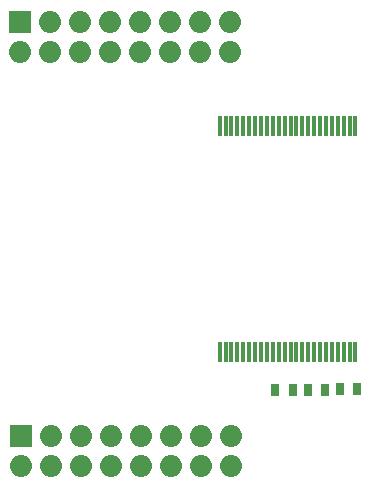
<source format=gbr>
G04 #@! TF.FileFunction,Soldermask,Bot*
%FSLAX46Y46*%
G04 Gerber Fmt 4.6, Leading zero omitted, Abs format (unit mm)*
G04 Created by KiCad (PCBNEW 4.0.0-rc1-stable) date Sun 22 Nov 2015 09:54:25 PM ICT*
%MOMM*%
G01*
G04 APERTURE LIST*
%ADD10C,0.100000*%
%ADD11R,1.867200X1.867200*%
%ADD12O,1.867200X1.867200*%
%ADD13R,0.439720X1.737660*%
%ADD14R,0.640000X1.040000*%
G04 APERTURE END LIST*
D10*
D11*
X95821500Y-157670000D03*
D12*
X95821500Y-160210000D03*
X98361500Y-157670000D03*
X98361500Y-160210000D03*
X100901500Y-157670000D03*
X100901500Y-160210000D03*
X103441500Y-157670000D03*
X103441500Y-160210000D03*
X105981500Y-157670000D03*
X105981500Y-160210000D03*
X108521500Y-157670000D03*
X108521500Y-160210000D03*
X111061500Y-157670000D03*
X111061500Y-160210000D03*
X113601500Y-157670000D03*
X113601500Y-160210000D03*
D11*
X95758000Y-122618000D03*
D12*
X95758000Y-125158000D03*
X98298000Y-122618000D03*
X98298000Y-125158000D03*
X100838000Y-122618000D03*
X100838000Y-125158000D03*
X103378000Y-122618000D03*
X103378000Y-125158000D03*
X105918000Y-122618000D03*
X105918000Y-125158000D03*
X108458000Y-122618000D03*
X108458000Y-125158000D03*
X110998000Y-122618000D03*
X110998000Y-125158000D03*
X113538000Y-122618000D03*
X113538000Y-125158000D03*
D13*
X124176020Y-150568660D03*
X123675640Y-150568660D03*
X123177800Y-150568660D03*
X122677420Y-150568660D03*
X122177040Y-150568660D03*
X121676660Y-150568660D03*
X121176280Y-150568660D03*
X120675900Y-150568660D03*
X120175520Y-150568660D03*
X119677680Y-150568660D03*
X119177300Y-150568660D03*
X118676920Y-150568660D03*
X118179080Y-150568660D03*
X117678700Y-150568660D03*
X117178320Y-150568660D03*
X116680480Y-150568660D03*
X116180100Y-150568660D03*
X115679720Y-150568660D03*
X115179340Y-150568660D03*
X114678960Y-150568660D03*
X114178580Y-150568660D03*
X113678200Y-150568660D03*
X113180360Y-150568660D03*
X112679980Y-150568660D03*
X112679980Y-131371340D03*
X113180360Y-131371340D03*
X113678200Y-131371340D03*
X114178580Y-131371340D03*
X114678960Y-131371340D03*
X115179340Y-131371340D03*
X115679720Y-131371340D03*
X116180100Y-131371340D03*
X116680480Y-131371340D03*
X117178320Y-131371340D03*
X117678700Y-131371340D03*
X118179080Y-131371340D03*
X118676920Y-131371340D03*
X119177300Y-131371340D03*
X119677680Y-131371340D03*
X120175520Y-131371340D03*
X120675900Y-131371340D03*
X121176280Y-131371340D03*
X121676660Y-131371340D03*
X122177040Y-131371340D03*
X122677420Y-131371340D03*
X123177800Y-131371340D03*
X123675640Y-131371340D03*
X124176020Y-131371340D03*
D14*
X117373000Y-153746000D03*
X118873000Y-153746000D03*
X120116000Y-153721000D03*
X121616000Y-153721000D03*
X122834000Y-153695000D03*
X124334000Y-153695000D03*
M02*

</source>
